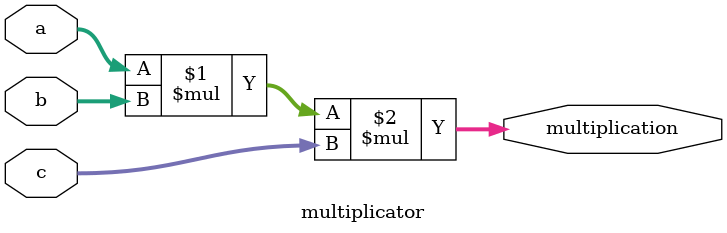
<source format=sv>
module multiplicator #(parameter WIDTH = 4) (
  input wire [WIDTH-1:0] a, b, c,
  output wire [WIDTH*3-1:0] multiplication
);

  assign multiplication = a * b * c;
endmodule

</source>
